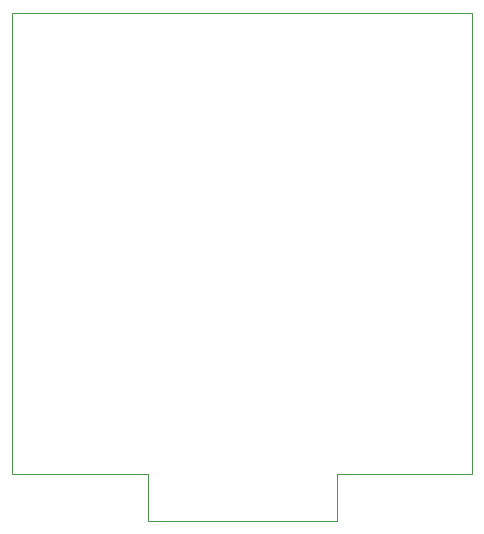
<source format=gbr>
%TF.GenerationSoftware,KiCad,Pcbnew,9.0.6*%
%TF.CreationDate,2025-12-26T21:42:16+01:00*%
%TF.ProjectId,esc,6573632e-6b69-4636-9164-5f7063625858,rev?*%
%TF.SameCoordinates,Original*%
%TF.FileFunction,Profile,NP*%
%FSLAX46Y46*%
G04 Gerber Fmt 4.6, Leading zero omitted, Abs format (unit mm)*
G04 Created by KiCad (PCBNEW 9.0.6) date 2025-12-26 21:42:16*
%MOMM*%
%LPD*%
G01*
G04 APERTURE LIST*
%TA.AperFunction,Profile*%
%ADD10C,0.050000*%
%TD*%
G04 APERTURE END LIST*
D10*
X146200000Y-122000000D02*
X134700000Y-122000000D01*
X162200000Y-122000000D02*
X162200000Y-126000000D01*
X146200000Y-126000000D02*
X162200000Y-126000000D01*
X134700000Y-122000000D02*
X134700000Y-83000000D01*
X134700000Y-83000000D02*
X173700000Y-83000000D01*
X173700000Y-83000000D02*
X173700000Y-122000000D01*
X146200000Y-126000000D02*
X146200000Y-122000000D01*
X173700000Y-122000000D02*
X162200000Y-122000000D01*
M02*

</source>
